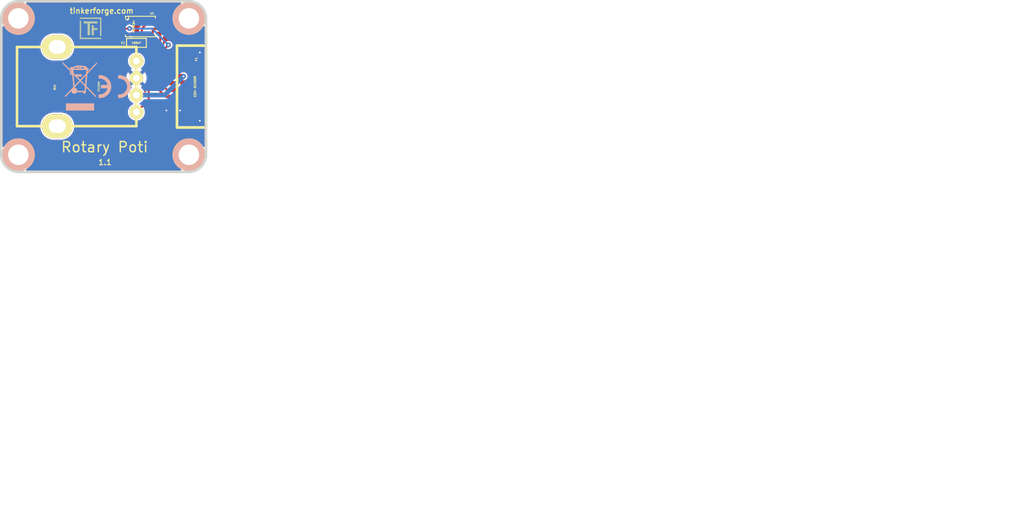
<source format=kicad_pcb>
(kicad_pcb (version 20221018) (generator pcbnew)
  (title_block (title "Rotary Poti Bricklet") (date "18 jan 2013") (rev "1.1") (company "Tinkerforge GmbH") (comment 1 "Licensed under CERN OHL v.1.1") (comment 2 "Copyright (©) 2011, B.Nordmeyer <bastian@tinkerforge.com>"))
  (layers (0 "F.Cu" signal "Vorderseite") (31 "B.Cu" signal "Rückseite") (34 "B.Paste" user) (35 "F.Paste" user) (36 "B.SilkS" user "B.Silkscreen") (37 "F.SilkS" user "F.Silkscreen") (38 "B.Mask" user) (39 "F.Mask" user) (44 "Edge.Cuts" user))
  (net 0 "")
  (net 1 "GND")
  (net 2 "IN_1")
  (net 3 "N-000001")
  (net 4 "SCL")
  (net 5 "SDA")
  (net 6 "VCC")
  (footprint "F11KH" (layer "F.Cu") (at 147.574 102.12324 90)
    (fp_text reference "RV1" (at -0.09906 -6.44906 90) (layer "F.SilkS") (effects (font (size 0.29972 0.29972) (thickness 0.0762))))
    (fp_text value "F11KH" (at 0 0 90) (layer "F.SilkS") (effects (font (size 0.29972 0.29972) (thickness 0.0762))))
    (pad "" thru_hole oval (at -5.79882 -6.10108 90) (size 3.50012 4.50088) (drill oval 1.99898 2.49936) (layers "*.Cu" "*.Mask" "F.SilkS"))
    (pad "" thru_hole circle (at 3.74904 5.4991 90) (size 1.99898 1.99898) (drill 1.00076) (layers "*.Cu" "*.Mask" "F.SilkS"))
    (pad "" thru_hole oval (at 5.79882 -6.10108 90) (size 3.50012 4.50088) (drill oval 1.99898 2.49936) (layers "*.Cu" "*.Mask" "F.SilkS"))
    (pad "1" thru_hole circle (at -3.74904 5.4991 90) (size 1.99898 1.99898) (drill 1.00076) (layers "*.Cu" "*.Mask" "F.SilkS") (net 6 "VCC"))
    (pad "2" thru_hole circle (at -1.24968 5.4991 90) (size 1.99898 1.99898) (drill 1.00076) (layers "*.Cu" "*.Mask" "F.SilkS") (net 2 "IN_1"))
    (pad "3" thru_hole circle (at 1.24968 5.4991 90) (size 1.99898 1.99898) (drill 1.00076) (layers "*.Cu" "*.Mask" "F.SilkS") (net 1 "GND"))
  )
  (footprint "CON-SENSOR" (layer "F.Cu") (at 163.27628 102.1207 90)
    (fp_text reference "P1" (at 3.99796 -1.39954 90) (layer "F.SilkS") (effects (font (size 0.29972 0.29972) (thickness 0.0762))))
    (fp_text value "CON-SENSOR" (at 0 -1.6002 90) (layer "F.SilkS") (effects (font (size 0.29972 0.29972) (thickness 0.0762))))
    (pad "1" smd rect (at -4.50088 -4.7752 90) (size 0.59944 1.5494) (layers "F.Cu" "F.Paste" "F.Mask"))
    (pad "2" smd rect (at -3.50012 -4.7752 90) (size 0.59944 1.5494) (layers "F.Cu" "F.Paste" "F.Mask") (net 1 "GND"))
    (pad "3" smd rect (at -2.49936 -4.7752 90) (size 0.59944 1.5494) (layers "F.Cu" "F.Paste" "F.Mask") (net 6 "VCC"))
    (pad "4" smd rect (at -1.50114 -4.7752 90) (size 0.59944 1.5494) (layers "F.Cu" "F.Paste" "F.Mask") (net 4 "SCL"))
    (pad "5" smd rect (at -0.50038 -4.7752 90) (size 0.59944 1.5494) (layers "F.Cu" "F.Paste" "F.Mask") (net 5 "SDA"))
    (pad "6" smd rect (at 0.50038 -4.7752 90) (size 0.59944 1.5494) (layers "F.Cu" "F.Paste" "F.Mask") (net 3 "N-000001"))
    (pad "7" smd rect (at 1.50114 -4.7752 90) (size 0.59944 1.5494) (layers "F.Cu" "F.Paste" "F.Mask") (net 2 "IN_1"))
    (pad "8" smd rect (at 2.49936 -4.7752 90) (size 0.59944 1.5494) (layers "F.Cu" "F.Paste" "F.Mask"))
    (pad "9" smd rect (at 3.50012 -4.7752 90) (size 0.59944 1.5494) (layers "F.Cu" "F.Paste" "F.Mask"))
    (pad "10" smd rect (at 4.50088 -4.7752 90) (size 0.59944 1.5494) (layers "F.Cu" "F.Paste" "F.Mask"))
    (pad "EP" smd rect (at -5.79882 -0.89916 90) (size 1.19888 1.80086) (layers "F.Cu" "F.Paste" "F.Mask") (net 1 "GND"))
    (pad "EP" smd rect (at 5.79882 -0.89916 90) (size 1.19888 1.80086) (layers "F.Cu" "F.Paste" "F.Mask") (net 1 "GND"))
  )
  (footprint "TSSOP8" (layer "F.Cu") (at 153.67762 93.32214 -90)
    (fp_text reference "U1" (at -1.92278 -1.69672) (layer "F.SilkS") (effects (font (size 0.29972 0.29972) (thickness 0.0762))))
    (fp_text value "M24C64" (at 0 1.00076 270) (layer "F.SilkS") (effects (font (size 0.29972 0.29972) (thickness 0.0762))))
    (pad "1" smd rect (at -0.97282 2.89814 90) (size 0.39878 1.29794) (layers "F.Cu" "F.Paste" "F.Mask") (net 1 "GND"))
    (pad "2" smd rect (at -0.32258 2.89814 90) (size 0.39878 1.29794) (layers "F.Cu" "F.Paste" "F.Mask") (net 1 "GND"))
    (pad "3" smd rect (at 0.32258 2.89814 90) (size 0.39878 1.29794) (layers "F.Cu" "F.Paste" "F.Mask") (net 3 "N-000001"))
    (pad "4" smd rect (at 0.97282 2.89814 90) (size 0.39878 1.29794) (layers "F.Cu" "F.Paste" "F.Mask") (net 1 "GND"))
    (pad "5" smd rect (at 0.97282 -2.89814 270) (size 0.39878 1.29794) (layers "F.Cu" "F.Paste" "F.Mask") (net 5 "SDA"))
    (pad "6" smd rect (at 0.32258 -2.89814 270) (size 0.39878 1.29794) (layers "F.Cu" "F.Paste" "F.Mask") (net 4 "SCL"))
    (pad "7" smd rect (at -0.32258 -2.89814 270) (size 0.39878 1.29794) (layers "F.Cu" "F.Paste" "F.Mask"))
    (pad "8" smd rect (at -0.97282 -2.89814 270) (size 0.39878 1.29794) (layers "F.Cu" "F.Paste" "F.Mask") (net 6 "VCC"))
  )
  (footprint "DRILL_NP" (layer "F.Cu") (at 160.77438 112.12322 90)
    (fp_text reference "U5" hide)
    (fp_text value "DRILL" hide)
    (pad "" thru_hole circle (at 0 0 90) (size 2.99974 2.99974) (drill 2.99974) (layers "*.Cu" "*.SilkS" "*.Mask") (clearance 0.89916))
  )
  (footprint "DRILL_NP" (layer "F.Cu") (at 160.77438 92.12326)
    (fp_text reference "U4" hide)
    (fp_text value "DRILL" hide)
    (pad "" thru_hole circle (at 0 0) (size 2.99974 2.99974) (drill 2.99974) (layers "*.Cu" "*.SilkS" "*.Mask") (clearance 0.89916))
  )
  (footprint "DRILL_NP" (layer "F.Cu") (at 135.77316 112.12322)
    (fp_text reference "U3" hide)
    (fp_text value "DRILL" hide)
    (pad "" thru_hole circle (at 0 0) (size 2.99974 2.99974) (drill 2.99974) (layers "*.Cu" "*.SilkS" "*.Mask") (clearance 0.89916))
  )
  (footprint "DRILL_NP" (layer "F.Cu") (at 135.77316 92.12326 90)
    (fp_text reference "U2" hide)
    (fp_text value "DRILL" hide)
    (pad "" thru_hole circle (at 0 0 90) (size 2.99974 2.99974) (drill 2.99974) (layers "*.Cu" "*.SilkS" "*.Mask") (clearance 0.89916))
  )
  (footprint "0603" (layer "F.Cu") (at 153.07818 95.72244)
    (fp_text reference "C1" (at -1.95326 -0.02286) (layer "F.SilkS") (effects (font (size 0.29972 0.29972) (thickness 0.0762))))
    (fp_text value "100nF" (at 0 0) (layer "F.SilkS") (effects (font (size 0.29972 0.29972) (thickness 0.0762))))
    (pad "1" smd rect (at -0.8001 0) (size 0.8001 0.8001) (layers "F.Cu" "F.Paste" "F.Mask") (net 1 "GND"))
    (pad "2" smd rect (at 0.8001 0) (size 0.8001 0.8001) (layers "F.Cu" "F.Paste" "F.Mask") (net 6 "VCC"))
  )
  (footprint "Logo_31x31" (layer "F.Cu") (at 144.77492 91.9988)
    (fp_text reference "Ref**" hide)
    (fp_text value "Val**" hide)
  )
  (footprint "Fiducial_Mark" (layer "F.Cu") (at 156.87294 112.92586)
    (fp_text reference "Fiducial_Mark" hide)
    (fp_text value "VAL**" hide)
    (pad "1" smd circle (at 0 0) (size 1.00076 1.00076) (layers "F.Cu" "F.Mask") (clearance 0.65024))
  )
  (footprint "Fiducial_Mark" (layer "F.Cu") (at 139.47394 91.2241)
    (fp_text reference "Fiducial_Mark" hide)
    (fp_text value "VAL**" hide)
    (pad "1" smd circle (at 0 0) (size 1.00076 1.00076) (layers "F.Cu" "F.Mask") (clearance 0.65024))
  )
  (footprint "CE_5mm" (layer "B.Cu") (at 149.85 102.125 180)
    (fp_text reference "VAL" hide)
    (fp_text value "CE_5mm" hide)
  )
  (footprint "WEEE_7mm" (layer "B.Cu") (at 144.775 102.125)
    (fp_text reference "VAL" hide)
    (fp_text value "WEEE_7mm" hide)
  )
  (gr_line (start 135.77316 114.62512) (end 160.77438 114.62512) (stroke (width 0.381)) (layer "Edge.Cuts"))
  (gr_line (start 133.27634 112.12322) (end 133.27634 92.12326) (stroke (width 0.381)) (layer "Edge.Cuts"))
  (gr_arc (start 133.2738 92.12326) (mid 134.005846 90.355946) (end 135.77316 89.6239) (stroke (width 0.381)) (layer "Edge.Cuts"))
  (gr_arc (start 163.27628 112.12322) (mid 162.544234 113.890534) (end 160.77692 114.62258) (stroke (width 0.381)) (layer "Edge.Cuts"))
  (gr_line (start 160.77438 89.6239) (end 135.77316 89.6239) (stroke (width 0.381)) (layer "Edge.Cuts"))
  (gr_line (start 163.27628 92.12326) (end 163.27628 112.12322) (stroke (width 0.381)) (layer "Edge.Cuts"))
  (gr_arc (start 160.77692 89.6239) (mid 162.544234 90.355946) (end 163.27628 92.12326) (stroke (width 0.381)) (layer "Edge.Cuts"))
  (gr_arc (start 135.77316 114.62512) (mid 134.00405 113.89233) (end 133.27126 112.12322) (stroke (width 0.381)) (layer "Edge.Cuts"))
  (gr_text "tinkerforge.com" (at 147.97532 91.02344) (layer "F.SilkS") (effects (font (size 0.8001 0.8001) (thickness 0.14986))))
  (gr_text "Rotary Poti" (at 148.4249 110.998) (layer "F.SilkS") (effects (font (size 1.50114 1.50114) (thickness 0.20066))))
  (gr_text "1.1" (at 148.47316 113.22304) (layer "F.SilkS") (effects (font (size 0.8001 0.8001) (thickness 0.14986))))
  (segment (start 158.50108 105.62082) (end 159.47136 105.62082) (width 0.29972) (layer "F.Cu") (net 1))
  (segment (start 158.50108 105.62082) (end 157.47746 105.62082) (width 0.29972) (layer "F.Cu") (net 1))
  (segment (start 157.47746 105.62082) (end 157.47492 105.62336) (width 0.29972) (layer "F.Cu") (net 1))
  (segment (start 150.77948 94.29496) (end 150.77948 98.5774) (width 0.29972) (layer "F.Cu") (net 1))
  (segment (start 151.74976 92.34932) (end 151.7777 92.32138) (width 0.29972) (layer "F.Cu") (net 1))
  (segment (start 162.37712 97.12198) (end 162.37712 96.32188) (width 0.29972) (layer "F.Cu") (net 1))
  (segment (start 152.27808 95.72244) (end 152.27808 94.82074) (width 0.29972) (layer "F.Cu") (net 1))
  (segment (start 162.37712 107.91952) (end 162.37712 107.12196) (width 0.29972) (layer "F.Cu") (net 1))
  (segment (start 150.77948 92.34932) (end 151.74976 92.34932) (width 0.29972) (layer "F.Cu") (net 1))
  (segment (start 150.77948 98.5774) (end 153.07564 100.87356) (width 0.29972) (layer "F.Cu") (net 1))
  (segment (start 150.77948 92.34932) (end 150.77948 92.99956) (width 0.29972) (layer "F.Cu") (net 1))
  (segment (start 159.47136 105.62082) (end 159.4739 105.62336) (width 0.29972) (layer "F.Cu") (net 1))
  (segment (start 153.0731 100.87356) (end 153.07564 100.87356) (width 0.29972) (layer "F.Cu") (net 1))
  (via (at 162.37712 107.12196) (size 0.70104) (drill 0.24892) (layers "F.Cu" "B.Cu") (net 1))
  (via (at 157.47492 105.62336) (size 0.70104) (drill 0.24892) (layers "F.Cu" "B.Cu") (net 1))
  (via (at 162.37712 97.12198) (size 0.70104) (drill 0.24892) (layers "F.Cu" "B.Cu") (net 1))
  (via (at 151.7777 92.32138) (size 0.70104) (drill 0.24892) (layers "F.Cu" "B.Cu") (net 1))
  (via (at 159.4739 105.62336) (size 0.70104) (drill 0.24892) (layers "F.Cu" "B.Cu") (net 1))
  (via (at 152.27808 94.82074) (size 0.70104) (drill 0.24892) (layers "F.Cu" "B.Cu") (net 1))
  (segment (start 149.87778 94.82074) (end 149.87778 97.6757) (width 0.29972) (layer "B.Cu") (net 1))
  (segment (start 160.9725 107.12196) (end 162.37712 107.12196) (width 0.29972) (layer "B.Cu") (net 1))
  (segment (start 159.4739 105.62336) (end 160.9725 107.12196) (width 0.29972) (layer "B.Cu") (net 1))
  (segment (start 151.7777 92.32138) (end 149.87778 94.2213) (width 0.29972) (layer "B.Cu") (net 1))
  (segment (start 149.87778 94.2213) (end 149.87778 94.82074) (width 0.29972) (layer "B.Cu") (net 1))
  (segment (start 162.37712 107.12196) (end 162.37712 97.12198) (width 0.29972) (layer "B.Cu") (net 1))
  (segment (start 152.27808 94.82074) (end 149.87778 94.82074) (width 0.29972) (layer "B.Cu") (net 1))
  (segment (start 149.87778 97.6757) (end 153.07564 100.87356) (width 0.29972) (layer "B.Cu") (net 1))
  (segment (start 153.0731 100.87356) (end 153.07564 100.87356) (width 0.29972) (layer "B.Cu") (net 1))
  (segment (start 159.97428 100.61956) (end 159.97682 100.6221) (width 0.70104) (layer "F.Cu") (net 2))
  (segment (start 158.50108 100.61956) (end 159.97428 100.61956) (width 0.70104) (layer "F.Cu") (net 2))
  (via (at 159.97682 100.6221) (size 0.70104) (drill 0.24892) (layers "F.Cu" "B.Cu") (net 2))
  (segment (start 157.226 103.37292) (end 153.0731 103.37292) (width 0.70104) (layer "B.Cu") (net 2))
  (segment (start 159.97682 100.6221) (end 157.226 103.37292) (width 0.70104) (layer "B.Cu") (net 2))
  (segment (start 157.17774 101.02088) (end 157.17774 96.6216) (width 0.29972) (layer "F.Cu") (net 3))
  (segment (start 158.50108 101.62032) (end 157.77718 101.62032) (width 0.29972) (layer "F.Cu") (net 3))
  (segment (start 157.77718 101.62032) (end 157.17774 101.02088) (width 0.29972) (layer "F.Cu") (net 3))
  (segment (start 152.05456 93.64472) (end 150.77948 93.64472) (width 0.29972) (layer "F.Cu") (net 3))
  (segment (start 157.17774 96.6216) (end 157.77718 96.02216) (width 0.29972) (layer "F.Cu") (net 3))
  (segment (start 152.07742 93.62186) (end 152.05456 93.64472) (width 0.29972) (layer "F.Cu") (net 3))
  (via (at 157.77718 96.02216) (size 0.70104) (drill 0.24892) (layers "F.Cu" "B.Cu") (net 3))
  (via (at 152.07742 93.62186) (size 0.70104) (drill 0.24892) (layers "F.Cu" "B.Cu") (net 3))
  (segment (start 157.77718 96.02216) (end 155.37688 93.62186) (width 0.29972) (layer "B.Cu") (net 3))
  (segment (start 155.37688 93.62186) (end 152.07742 93.62186) (width 0.29972) (layer "B.Cu") (net 3))
  (segment (start 155.47848 101.72192) (end 155.47848 93.81998) (width 0.29972) (layer "F.Cu") (net 4))
  (segment (start 158.50108 103.62184) (end 157.3784 103.62184) (width 0.29972) (layer "F.Cu") (net 4))
  (segment (start 155.65374 93.64472) (end 156.57576 93.64472) (width 0.29972) (layer "F.Cu") (net 4))
  (segment (start 155.47848 93.81998) (end 155.65374 93.64472) (width 0.29972) (layer "F.Cu") (net 4))
  (segment (start 157.3784 103.62184) (end 155.47848 101.72192) (width 0.29972) (layer "F.Cu") (net 4))
  (segment (start 156.57576 101.62032) (end 156.57576 94.29496) (width 0.29972) (layer "F.Cu") (net 5))
  (segment (start 158.50108 102.62108) (end 157.57652 102.62108) (width 0.29972) (layer "F.Cu") (net 5))
  (segment (start 157.57652 102.62108) (end 156.57576 101.62032) (width 0.29972) (layer "F.Cu") (net 5))
  (segment (start 154.87396 104.07396) (end 154.32786 104.62006) (width 0.29972) (layer "F.Cu") (net 6))
  (segment (start 153.87828 93.62186) (end 155.15082 92.34932) (width 0.29972) (layer "F.Cu") (net 6))
  (segment (start 154.32786 104.62006) (end 153.07564 105.87228) (width 0.29972) (layer "F.Cu") (net 6))
  (segment (start 153.87828 95.72244) (end 153.87828 93.62186) (width 0.29972) (layer "F.Cu") (net 6))
  (segment (start 153.87828 95.82658) (end 154.87396 96.82226) (width 0.29972) (layer "F.Cu") (net 6))
  (segment (start 158.50108 104.62006) (end 154.32786 104.62006) (width 0.29972) (layer "F.Cu") (net 6))
  (segment (start 155.15082 92.34932) (end 156.57576 92.34932) (width 0.29972) (layer "F.Cu") (net 6))
  (segment (start 153.0731 105.87228) (end 153.07564 105.87228) (width 0.29972) (layer "F.Cu") (net 6))
  (segment (start 153.87828 95.72244) (end 153.87828 95.82658) (width 0.29972) (layer "F.Cu") (net 6))
  (segment (start 154.87396 96.82226) (end 154.87396 104.07396) (width 0.29972) (layer "F.Cu") (net 6))
  (zone (net 1) (net_name "GND") (layer "F.Cu") (connect_pads (clearance 0.24892)) (min_thickness 0.24892) (fill yes (thermal_gap 0.50038) (thermal_bridge_width 0.50038))
    (polygon (pts (xy 163.27628 114.62258) (xy 163.27628 89.6239) (xy 133.27634 89.6239) (xy 133.27634 114.62258)))
  )
  (zone (net 1) (net_name "GND") (layer "B.Cu") (connect_pads (clearance 0.24892)) (min_thickness 0.24892) (fill yes (thermal_gap 0.50038) (thermal_bridge_width 0.50038))
    (polygon (pts (xy 163.27628 114.62258) (xy 163.27628 89.6239) (xy 133.27634 89.6239) (xy 133.27634 114.62258)))
  )
)
</source>
